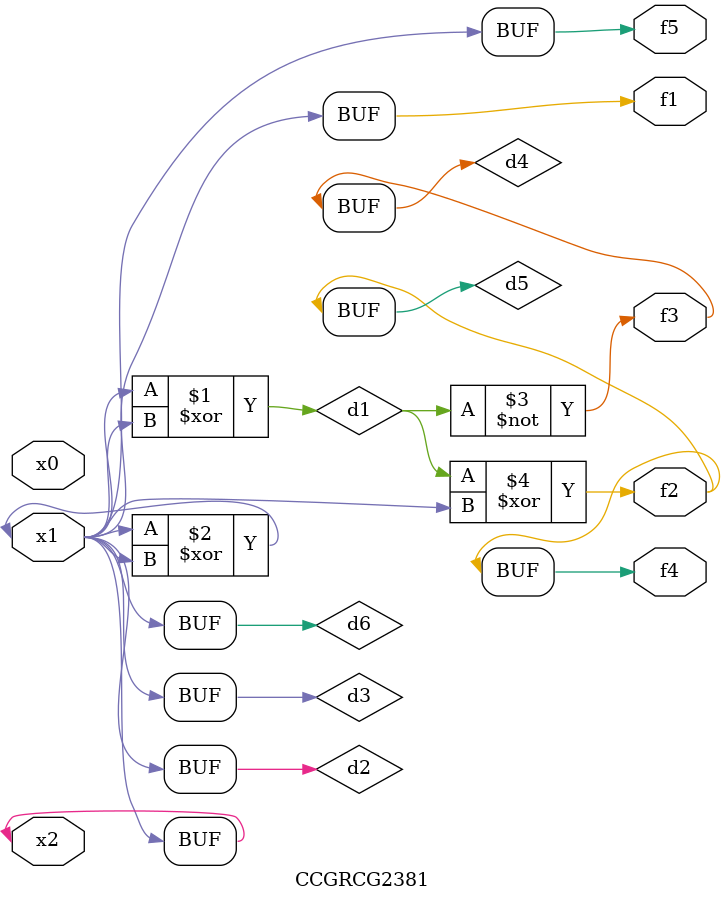
<source format=v>
module CCGRCG2381(
	input x0, x1, x2,
	output f1, f2, f3, f4, f5
);

	wire d1, d2, d3, d4, d5, d6;

	xor (d1, x1, x2);
	buf (d2, x1, x2);
	xor (d3, x1, x2);
	nor (d4, d1);
	xor (d5, d1, d2);
	buf (d6, d2, d3);
	assign f1 = d6;
	assign f2 = d5;
	assign f3 = d4;
	assign f4 = d5;
	assign f5 = d6;
endmodule

</source>
